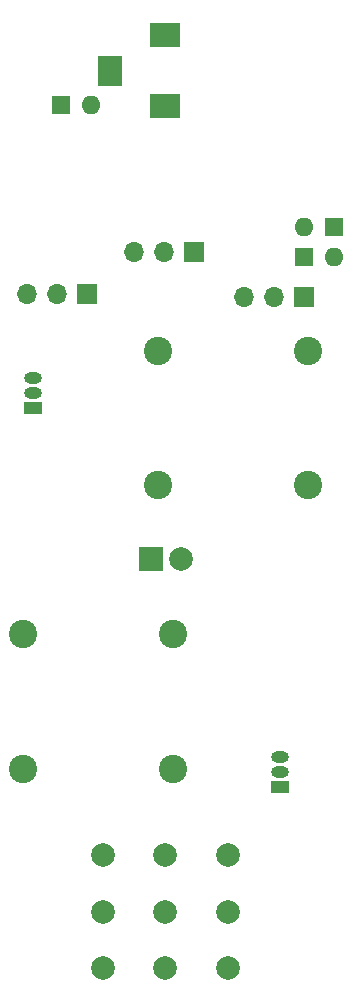
<source format=gbr>
%TF.GenerationSoftware,KiCad,Pcbnew,5.1.9*%
%TF.CreationDate,2021-02-01T12:12:55-08:00*%
%TF.ProjectId,MainBoard,4d61696e-426f-4617-9264-2e6b69636164,rev?*%
%TF.SameCoordinates,Original*%
%TF.FileFunction,Soldermask,Top*%
%TF.FilePolarity,Negative*%
%FSLAX46Y46*%
G04 Gerber Fmt 4.6, Leading zero omitted, Abs format (unit mm)*
G04 Created by KiCad (PCBNEW 5.1.9) date 2021-02-01 12:12:55*
%MOMM*%
%LPD*%
G01*
G04 APERTURE LIST*
%ADD10C,2.000000*%
%ADD11R,1.700000X1.700000*%
%ADD12O,1.700000X1.700000*%
%ADD13R,2.000000X2.000000*%
%ADD14O,1.600000X1.600000*%
%ADD15R,1.600000X1.600000*%
%ADD16C,2.400000*%
%ADD17R,1.500000X1.000000*%
%ADD18O,1.500000X1.000000*%
%ADD19R,2.600000X2.000000*%
%ADD20R,2.000000X2.600000*%
G04 APERTURE END LIST*
D10*
%TO.C,U1*%
X94700000Y-130800000D03*
X94700000Y-140400000D03*
X94700000Y-135600000D03*
X105300000Y-130800000D03*
X105300000Y-140400000D03*
X105300000Y-135600000D03*
X100000000Y-130799400D03*
X100000000Y-135600000D03*
X100000000Y-140400600D03*
%TD*%
D11*
%TO.C,J6*%
X93325000Y-83350000D03*
D12*
X90785000Y-83350000D03*
X88245000Y-83350000D03*
%TD*%
D13*
%TO.C,D2*%
X98750000Y-105750000D03*
D10*
X101290000Y-105750000D03*
%TD*%
D14*
%TO.C,D4*%
X114310000Y-80160000D03*
D15*
X114310000Y-77620000D03*
%TD*%
D14*
%TO.C,D3*%
X111720000Y-77600000D03*
D15*
X111720000Y-80140000D03*
%TD*%
D14*
%TO.C,D1*%
X93670000Y-67300000D03*
D15*
X91130000Y-67300000D03*
%TD*%
D16*
%TO.C,J1*%
X100600000Y-123500000D03*
X87900000Y-123500000D03*
X100600000Y-112100000D03*
X87900000Y-112100000D03*
%TD*%
D17*
%TO.C,Q2*%
X109700000Y-125020000D03*
D18*
X109700000Y-122480000D03*
X109700000Y-123750000D03*
%TD*%
D17*
%TO.C,Q1*%
X88825000Y-92940000D03*
D18*
X88825000Y-90400000D03*
X88825000Y-91670000D03*
%TD*%
D12*
%TO.C,J5*%
X97375000Y-79750000D03*
X99915000Y-79750000D03*
D11*
X102455000Y-79750000D03*
%TD*%
D12*
%TO.C,J4*%
X106620000Y-83600000D03*
X109160000Y-83600000D03*
D11*
X111700000Y-83600000D03*
%TD*%
D16*
%TO.C,J3*%
X99400000Y-88100000D03*
X112100000Y-88100000D03*
X99400000Y-99500000D03*
X112100000Y-99500000D03*
%TD*%
D19*
%TO.C,J2*%
X100000000Y-61400000D03*
X100000000Y-67400000D03*
D20*
X95300000Y-64400000D03*
%TD*%
M02*

</source>
